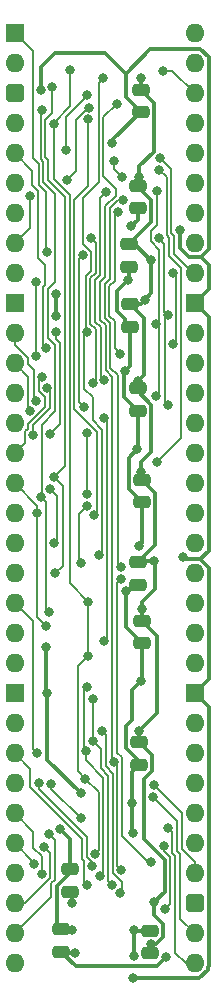
<source format=gbl>
%TF.GenerationSoftware,KiCad,Pcbnew,8.0.4*%
%TF.CreationDate,2024-08-19T17:17:05+02:00*%
%TF.ProjectId,HCP65 MPU Address Decode Wide,48435036-3520-44d5-9055-204164647265,V0*%
%TF.SameCoordinates,PX525bfc0PY43d3480*%
%TF.FileFunction,Copper,L2,Bot*%
%TF.FilePolarity,Positive*%
%FSLAX46Y46*%
G04 Gerber Fmt 4.6, Leading zero omitted, Abs format (unit mm)*
G04 Created by KiCad (PCBNEW 8.0.4) date 2024-08-19 17:17:05*
%MOMM*%
%LPD*%
G01*
G04 APERTURE LIST*
G04 Aperture macros list*
%AMRoundRect*
0 Rectangle with rounded corners*
0 $1 Rounding radius*
0 $2 $3 $4 $5 $6 $7 $8 $9 X,Y pos of 4 corners*
0 Add a 4 corners polygon primitive as box body*
4,1,4,$2,$3,$4,$5,$6,$7,$8,$9,$2,$3,0*
0 Add four circle primitives for the rounded corners*
1,1,$1+$1,$2,$3*
1,1,$1+$1,$4,$5*
1,1,$1+$1,$6,$7*
1,1,$1+$1,$8,$9*
0 Add four rect primitives between the rounded corners*
20,1,$1+$1,$2,$3,$4,$5,0*
20,1,$1+$1,$4,$5,$6,$7,0*
20,1,$1+$1,$6,$7,$8,$9,0*
20,1,$1+$1,$8,$9,$2,$3,0*%
G04 Aperture macros list end*
%TA.AperFunction,ComponentPad*%
%ADD10R,1.600000X1.600000*%
%TD*%
%TA.AperFunction,ComponentPad*%
%ADD11O,1.600000X1.600000*%
%TD*%
%TA.AperFunction,ComponentPad*%
%ADD12RoundRect,0.400000X-0.400000X-0.400000X0.400000X-0.400000X0.400000X0.400000X-0.400000X0.400000X0*%
%TD*%
%TA.AperFunction,SMDPad,CuDef*%
%ADD13RoundRect,0.250000X0.475000X-0.250000X0.475000X0.250000X-0.475000X0.250000X-0.475000X-0.250000X0*%
%TD*%
%TA.AperFunction,SMDPad,CuDef*%
%ADD14RoundRect,0.250000X-0.475000X0.250000X-0.475000X-0.250000X0.475000X-0.250000X0.475000X0.250000X0*%
%TD*%
%TA.AperFunction,ViaPad*%
%ADD15C,0.800000*%
%TD*%
%TA.AperFunction,Conductor*%
%ADD16C,0.370000*%
%TD*%
%TA.AperFunction,Conductor*%
%ADD17C,0.200000*%
%TD*%
G04 APERTURE END LIST*
D10*
%TO.P,J2,1,Pin_1*%
%TO.N,/~{Device}*%
X0Y0D03*
D11*
%TO.P,J2,2,Pin_2*%
%TO.N,/Native Latch*%
X0Y-2540000D03*
D12*
%TO.P,J2,3,Pin_3*%
%TO.N,/5V*%
X0Y-5080000D03*
D11*
%TO.P,J2,4,Pin_4*%
%TO.N,/~{RAM_{CS}}*%
X0Y-7620000D03*
%TO.P,J2,5,Pin_5*%
%TO.N,/~{ROM_{CS}}*%
X0Y-10160000D03*
%TO.P,J2,6,Pin_6*%
%TO.N,/~{Device Group 32K}*%
X0Y-12700000D03*
%TO.P,J2,7,Pin_7*%
%TO.N,/~{Device Group 128K}*%
X0Y-15240000D03*
%TO.P,J2,8,Pin_8*%
%TO.N,/~{OTHER}*%
X0Y-17780000D03*
%TO.P,J2,9,Pin_9*%
%TO.N,/Kernal Mode*%
X0Y-20320000D03*
D10*
%TO.P,J2,10,Pin_10*%
%TO.N,/GND*%
X0Y-22860000D03*
D11*
%TO.P,J2,11,Pin_11*%
%TO.N,/A23*%
X0Y-25400000D03*
%TO.P,J2,12,Pin_12*%
%TO.N,/A22*%
X0Y-27940000D03*
%TO.P,J2,13,Pin_13*%
%TO.N,/A21*%
X0Y-30480000D03*
%TO.P,J2,14,Pin_14*%
%TO.N,/A20*%
X0Y-33020000D03*
%TO.P,J2,15,Pin_15*%
%TO.N,/A19*%
X0Y-35560000D03*
%TO.P,J2,16,Pin_16*%
%TO.N,/A18*%
X0Y-38100000D03*
%TO.P,J2,17,Pin_17*%
%TO.N,/A17*%
X0Y-40640000D03*
%TO.P,J2,18,Pin_18*%
%TO.N,/A16*%
X0Y-43180000D03*
%TO.P,J2,19,Pin_19*%
%TO.N,/A15*%
X0Y-45720000D03*
%TO.P,J2,20,Pin_20*%
%TO.N,/A3*%
X0Y-48260000D03*
%TO.P,J2,21,Pin_21*%
%TO.N,/A2*%
X0Y-50800000D03*
%TO.P,J2,22,Pin_22*%
%TO.N,/A1*%
X0Y-53340000D03*
D10*
%TO.P,J2,23,Pin_23*%
%TO.N,/GND*%
X0Y-55880000D03*
D11*
%TO.P,J2,24,Pin_24*%
%TO.N,/A0*%
X0Y-58420000D03*
%TO.P,J2,25,Pin_25*%
%TO.N,/~{Special _{CS}8}*%
X0Y-60960000D03*
%TO.P,J2,26,Pin_26*%
%TO.N,/~{Special _{CS}9}*%
X0Y-63500000D03*
%TO.P,J2,27,Pin_27*%
%TO.N,/~{Special _{CS}10}*%
X0Y-66040000D03*
%TO.P,J2,28,Pin_28*%
%TO.N,/~{Special _{CS}11}*%
X0Y-68580000D03*
%TO.P,J2,29,Pin_29*%
%TO.N,/~{Special _{CS}12}*%
X0Y-71120000D03*
%TO.P,J2,30,Pin_30*%
%TO.N,/~{Special _{CS}13}*%
X0Y-73660000D03*
%TO.P,J2,31,Pin_31*%
%TO.N,/~{Special _{CS}14}*%
X0Y-76200000D03*
%TO.P,J2,32,Pin_32*%
%TO.N,/~{Special _{CS}15}*%
X0Y-78740000D03*
%TO.P,J2,33,Pin_33*%
%TO.N,/~{Special _{CS}7}*%
X15240000Y-78740000D03*
%TO.P,J2,34,Pin_34*%
%TO.N,/~{Special _{CS}6}*%
X15240000Y-76200000D03*
D12*
%TO.P,J2,35,Pin_35*%
%TO.N,/5V*%
X15240000Y-73660000D03*
D11*
%TO.P,J2,36,Pin_36*%
%TO.N,/~{Special _{CS}5}*%
X15240000Y-71120000D03*
%TO.P,J2,37,Pin_37*%
%TO.N,/~{Special _{CS}4}*%
X15240000Y-68580000D03*
%TO.P,J2,38,Pin_38*%
%TO.N,/~{Special _{CS}3}*%
X15240000Y-66040000D03*
%TO.P,J2,39,Pin_39*%
%TO.N,/~{Special _{CS}2}*%
X15240000Y-63500000D03*
%TO.P,J2,40,Pin_40*%
%TO.N,/~{Special _{CS}1}*%
X15240000Y-60960000D03*
%TO.P,J2,41,Pin_41*%
%TO.N,/~{Special _{CS}0}*%
X15240000Y-58420000D03*
D10*
%TO.P,J2,42,Pin_42*%
%TO.N,/GND*%
X15240000Y-55880000D03*
D11*
%TO.P,J2,43,Pin_43*%
%TO.N,/~{Device _{CS}19}*%
X15240000Y-53340000D03*
%TO.P,J2,44,Pin_44*%
%TO.N,/~{Device _{CS}18}*%
X15240000Y-50800000D03*
%TO.P,J2,45,Pin_45*%
%TO.N,/~{Device _{CS}17}*%
X15240000Y-48260000D03*
%TO.P,J2,46,Pin_46*%
%TO.N,/~{Device _{CS}16}*%
X15240000Y-45720000D03*
%TO.P,J2,47,Pin_47*%
%TO.N,/~{Device _{CS}15}*%
X15240000Y-43180000D03*
%TO.P,J2,48,Pin_48*%
%TO.N,/~{Device _{CS}14}*%
X15240000Y-40640000D03*
%TO.P,J2,49,Pin_49*%
%TO.N,/~{Device _{CS}13}*%
X15240000Y-38100000D03*
%TO.P,J2,50,Pin_50*%
%TO.N,/~{Device _{CS}12}*%
X15240000Y-35560000D03*
%TO.P,J2,51,Pin_51*%
%TO.N,/~{Device _{CS}11}*%
X15240000Y-33020000D03*
%TO.P,J2,52,Pin_52*%
%TO.N,/~{Device _{CS}10}*%
X15240000Y-30480000D03*
%TO.P,J2,53,Pin_53*%
%TO.N,/~{Device _{CS}9}*%
X15240000Y-27940000D03*
%TO.P,J2,54,Pin_54*%
%TO.N,/~{Device _{CS}8}*%
X15240000Y-25400000D03*
D10*
%TO.P,J2,55,Pin_55*%
%TO.N,/GND*%
X15240000Y-22860000D03*
D11*
%TO.P,J2,56,Pin_56*%
%TO.N,/~{Device _{CS}7}*%
X15240000Y-20320000D03*
%TO.P,J2,57,Pin_57*%
%TO.N,/~{Device _{CS}6}*%
X15240000Y-17780000D03*
%TO.P,J2,58,Pin_58*%
%TO.N,/~{Device _{CS}5}*%
X15240000Y-15240000D03*
%TO.P,J2,59,Pin_59*%
%TO.N,/~{Device _{CS}4}*%
X15240000Y-12700000D03*
%TO.P,J2,60,Pin_60*%
%TO.N,/~{Device _{CS}3}*%
X15240000Y-10160000D03*
%TO.P,J2,61,Pin_61*%
%TO.N,/~{Device _{CS}2}*%
X15240000Y-7620000D03*
%TO.P,J2,62,Pin_62*%
%TO.N,/~{Reset}*%
X15240000Y-5080000D03*
%TO.P,J2,63,Pin_63*%
%TO.N,/~{Device _{CS}1}*%
X15240000Y-2540000D03*
%TO.P,J2,64,Pin_64*%
%TO.N,/~{SPECIAL}*%
X15240000Y0D03*
%TD*%
D13*
%TO.P,C45,1*%
%TO.N,/5V*%
X3937000Y-77769000D03*
%TO.P,C45,2*%
%TO.N,/GND*%
X3937000Y-75869000D03*
%TD*%
D14*
%TO.P,C34,1*%
%TO.N,/3.3V*%
X9652000Y-17862000D03*
%TO.P,C34,2*%
%TO.N,/GND*%
X9652000Y-19762000D03*
%TD*%
%TO.P,C33,1*%
%TO.N,/3.3V*%
X10795000Y-49739000D03*
%TO.P,C33,2*%
%TO.N,/GND*%
X10795000Y-51639000D03*
%TD*%
D13*
%TO.P,C46,1*%
%TO.N,/3.3V*%
X11430000Y-77896000D03*
%TO.P,C46,2*%
%TO.N,/GND*%
X11430000Y-75996000D03*
%TD*%
%TO.P,C40,1*%
%TO.N,/3.3V*%
X4699000Y-72689000D03*
%TO.P,C40,2*%
%TO.N,/GND*%
X4699000Y-70789000D03*
%TD*%
D14*
%TO.P,C37,1*%
%TO.N,/3.3V*%
X9779000Y-22942000D03*
%TO.P,C37,2*%
%TO.N,/GND*%
X9779000Y-24842000D03*
%TD*%
%TO.P,C36,1*%
%TO.N,/3.3V*%
X10668000Y-4781000D03*
%TO.P,C36,2*%
%TO.N,/GND*%
X10668000Y-6681000D03*
%TD*%
%TO.P,C35,1*%
%TO.N,/3.3V*%
X10414000Y-30054000D03*
%TO.P,C35,2*%
%TO.N,/GND*%
X10414000Y-31954000D03*
%TD*%
%TO.P,C38,1*%
%TO.N,/3.3V*%
X10414000Y-44786000D03*
%TO.P,C38,2*%
%TO.N,/GND*%
X10414000Y-46686000D03*
%TD*%
%TO.P,C39,1*%
%TO.N,/3.3V*%
X10541000Y-60026000D03*
%TO.P,C39,2*%
%TO.N,/GND*%
X10541000Y-61926000D03*
%TD*%
%TO.P,C31,1*%
%TO.N,/3.3V*%
X10414000Y-12909000D03*
%TO.P,C31,2*%
%TO.N,/GND*%
X10414000Y-14809000D03*
%TD*%
%TO.P,C32,1*%
%TO.N,/3.3V*%
X10795000Y-37801000D03*
%TO.P,C32,2*%
%TO.N,/GND*%
X10795000Y-39701000D03*
%TD*%
D15*
%TO.N,/GND*%
X5579594Y-64353129D03*
%TO.N,Net-(IC37B-2A)*%
X8765794Y-15115792D03*
X8936000Y-27113000D03*
%TO.N,/3.3V*%
X10541000Y-12130000D03*
X11557000Y-77095500D03*
X10668000Y-3748000D03*
X10414000Y-29464000D03*
X11049000Y-22561000D03*
X10541002Y-59085544D03*
X11810996Y-44704000D03*
X11519656Y-19236180D03*
X10795000Y-48768000D03*
X4826000Y-73660000D03*
X10668000Y-37149000D03*
X11811000Y-73584502D03*
%TO.N,/GND*%
X10033000Y-67691004D03*
X13969996Y-16637000D03*
X2730499Y-55816495D03*
X2667000Y-51943000D03*
X3513000Y-23898000D03*
X4825990Y-75946000D03*
X10105500Y-78105000D03*
X10540992Y-43434000D03*
X10105500Y-75945994D03*
X9336112Y-28577393D03*
X9588498Y-20891504D03*
X3513000Y-22098000D03*
X9894500Y-16288737D03*
X14224000Y-44323000D03*
X9906000Y-65151000D03*
X10394842Y-35231000D03*
X9398000Y-47244000D03*
X3846493Y-67352079D03*
X10033000Y-80010000D03*
X8274489Y-9301511D03*
X2224000Y-4804813D03*
X10668000Y-54864000D03*
%TO.N,/5V*%
X5080000Y-77851000D03*
X12826991Y-78232018D03*
%TO.N,/Native Latch*%
X7493000Y-3810000D03*
X6161000Y-25306303D03*
X7136000Y-44196000D03*
%TO.N,/Reset*%
X5588000Y-44831000D03*
X6094035Y-40036263D03*
%TO.N,/A3*%
X1905000Y-60960000D03*
%TO.N,/~{A3}*%
X9017000Y-46233621D03*
X11566528Y-70159999D03*
%TO.N,/~{Reset}*%
X3301999Y-7706000D03*
X12573000Y-3175000D03*
X6223000Y-48132990D03*
X6223000Y-52705000D03*
X4699000Y-3109992D03*
X5968840Y-63119161D03*
X6812000Y-69469000D03*
%TO.N,/~{Native Latch}*%
X9160245Y-14134465D03*
X9017000Y-45212000D03*
%TO.N,/A19*%
X2354592Y-29108566D03*
%TO.N,/A20*%
X2751367Y-30046032D03*
X1589000Y-34034117D03*
%TO.N,/A21*%
X6604000Y-29591000D03*
X6462939Y-17337000D03*
%TO.N,/A23*%
X1847989Y-31126219D03*
X5842000Y-31623000D03*
X5761000Y-18796000D03*
%TO.N,/A22*%
X1269101Y-31941629D03*
X1843000Y-21052500D03*
X1789366Y-27362808D03*
%TO.N,/Kernal Mode\u00B7Native Latch*%
X3513000Y-25273000D03*
X2989022Y-33909000D03*
%TO.N,/~{Device Group 128K}*%
X7577337Y-51435000D03*
X7536000Y-32581182D03*
X12954000Y-23876000D03*
X12947458Y-31511846D03*
X12214061Y-17337069D03*
%TO.N,/~{Device Group 32K}*%
X12014525Y-13385475D03*
X6096203Y-33857104D03*
X6286500Y-6286500D03*
X4435830Y-12385500D03*
X11999949Y-30734000D03*
X11999949Y-24637916D03*
X6096006Y-38989000D03*
%TO.N,/~{RAM}*%
X7577337Y-29361607D03*
X7747000Y-13462000D03*
%TO.N,/A15*%
X3186557Y-4533724D03*
X3428996Y-45720000D03*
X3302000Y-37592000D03*
%TO.N,/A16*%
X6096000Y-5207006D03*
X3364000Y-43179994D03*
X12065000Y-36322000D03*
X2989000Y-38600609D03*
X12252576Y-11574892D03*
X4318000Y-9906000D03*
%TO.N,/A17*%
X2208004Y-39263173D03*
X2348000Y-6477000D03*
X2921000Y-49022000D03*
%TO.N,/A18*%
X1905000Y-40640000D03*
X6219981Y-7284287D03*
X6736000Y-40803000D03*
X2667000Y-50165000D03*
%TO.N,/~{Device _{CS}7}*%
X12331870Y-10578039D03*
%TO.N,/~{SPECIAL}*%
X8409000Y-61721996D03*
X9026904Y-70825430D03*
X8636000Y-5969000D03*
%TO.N,/~{A21+A22+A23}*%
X13398264Y-20297000D03*
X13399949Y-26342111D03*
%TO.N,/~{OTHER}*%
X1304830Y-13755299D03*
%TO.N,/~{RAM_{CS}}*%
X9089504Y-12192000D03*
X8389336Y-10801511D03*
%TO.N,/A0*%
X7366000Y-59055000D03*
X8948111Y-72827498D03*
%TO.N,/A1*%
X6604000Y-56388000D03*
X8267956Y-72094426D03*
X6603998Y-59892685D03*
%TO.N,/A2*%
X6096000Y-55372000D03*
X6044133Y-60799391D03*
X7217109Y-71333999D03*
%TO.N,/~{Special _{CS}7}*%
X5588000Y-66421000D03*
X3122822Y-63543941D03*
X13015475Y-67310000D03*
%TO.N,/~{Special _{CS}6}*%
X11707000Y-64643000D03*
%TO.N,/~{Special _{CS}5}*%
X11811268Y-63648448D03*
%TO.N,/~{Special _{CS}15}*%
X12723000Y-74168000D03*
X12619287Y-68787713D03*
%TO.N,/~{Special _{CS}14}*%
X2921000Y-67818000D03*
%TO.N,/~{Special _{CS}13}*%
X2507298Y-68856274D03*
%TO.N,/~{Special _{CS}11}*%
X1629000Y-70294774D03*
%TO.N,/~{Special _{CS}10}*%
X2329000Y-71157218D03*
%TO.N,/~{Special _{CS}9}*%
X2073515Y-63505743D03*
X6550014Y-70485000D03*
%TO.N,/~{Special _{CS}8}*%
X6096358Y-72137374D03*
%TO.N,/~{ROM_{CS}}*%
X2646087Y-26604894D03*
%TO.N,/~{Device}*%
X2704830Y-18542008D03*
%TD*%
D16*
%TO.N,/GND*%
X15645844Y-80010000D02*
X10033000Y-80010000D01*
X16345671Y-79310173D02*
X15645844Y-80010000D01*
X15240000Y-55880000D02*
X16425000Y-57065000D01*
X16425000Y-57065000D02*
X16425000Y-78868123D01*
X16425000Y-78868123D02*
X16396234Y-79105036D01*
X16396234Y-79105036D02*
X16345671Y-79310173D01*
D17*
%TO.N,/~{RAM_{CS}}*%
X8389336Y-11491832D02*
X8389336Y-10801511D01*
X9089504Y-12192000D02*
X8389336Y-11491832D01*
%TO.N,/~{SPECIAL}*%
X7524489Y-7080511D02*
X8636000Y-5969000D01*
X8574000Y-13172050D02*
X7524489Y-12122539D01*
X7524489Y-12122539D02*
X7524489Y-7080511D01*
X7661000Y-14664950D02*
X8574000Y-13751950D01*
X7661000Y-20620734D02*
X7661000Y-14664950D01*
X8277337Y-29071657D02*
X7709000Y-28503319D01*
D16*
%TO.N,/GND*%
X10668000Y-6681000D02*
X8274489Y-9074511D01*
D17*
%TO.N,/~{SPECIAL}*%
X7709000Y-24732982D02*
X7223999Y-24247981D01*
X7223999Y-21057735D02*
X7661000Y-20620734D01*
X7223999Y-24247981D02*
X7223999Y-21057735D01*
X7709000Y-28503319D02*
X7709000Y-24732982D01*
D16*
%TO.N,/GND*%
X8274489Y-9074511D02*
X8274489Y-9301511D01*
D17*
%TO.N,/~{SPECIAL}*%
X8409000Y-61721996D02*
X8277337Y-61590333D01*
X8277337Y-61590333D02*
X8277337Y-29071657D01*
X8574000Y-13751950D02*
X8574000Y-13172050D01*
D16*
%TO.N,/3.3V*%
X10668000Y-36322000D02*
X10668000Y-37149000D01*
X11557000Y-35433000D02*
X10668000Y-36322000D01*
X11557000Y-31434319D02*
X11557000Y-35433000D01*
X10414000Y-30291319D02*
X11557000Y-31434319D01*
%TO.N,/GND*%
X10394842Y-35231000D02*
X9685000Y-35940842D01*
X10414000Y-35211842D02*
X10414000Y-31954000D01*
X10394842Y-35231000D02*
X10414000Y-35211842D01*
X9685000Y-38591000D02*
X10795000Y-39701000D01*
X9685000Y-35940842D02*
X9685000Y-38591000D01*
D17*
%TO.N,/A16*%
X14099949Y-19871431D02*
X14099949Y-34287051D01*
X13082207Y-17304845D02*
X13082207Y-18853688D01*
X13082207Y-18853688D02*
X14099949Y-19871431D01*
X12869998Y-17092635D02*
X13082207Y-17304845D01*
X12869998Y-16971220D02*
X12869998Y-17092635D01*
X12867207Y-12189523D02*
X12867207Y-16968428D01*
X12252576Y-11574892D02*
X12867207Y-12189523D01*
X12867207Y-16968428D02*
X12869998Y-16971220D01*
X14099949Y-34287051D02*
X12065000Y-36322000D01*
%TO.N,/A1*%
X6603998Y-59892685D02*
X6603998Y-56388002D01*
X6603998Y-56388002D02*
X6604000Y-56388000D01*
%TO.N,/A2*%
X5903998Y-55564002D02*
X6096000Y-55372000D01*
X6044133Y-60799391D02*
X5903998Y-60659256D01*
X5903998Y-60659256D02*
X5903998Y-55564002D01*
D16*
%TO.N,/GND*%
X2667000Y-55752996D02*
X2730499Y-55816495D01*
X2667000Y-51943000D02*
X2667000Y-55752996D01*
X5579594Y-64353129D02*
X2730499Y-61504034D01*
X2730499Y-61504034D02*
X2730499Y-55816495D01*
D17*
%TO.N,/~{Special _{CS}9}*%
X6112000Y-68061950D02*
X2073515Y-64023465D01*
X6112000Y-69758950D02*
X6112000Y-68061950D01*
X6550014Y-70485000D02*
X6550014Y-70196964D01*
X6550014Y-70196964D02*
X6112000Y-69758950D01*
X2073515Y-64023465D02*
X2073515Y-63505743D01*
%TO.N,/~{Special _{CS}7}*%
X3122822Y-63955822D02*
X3122822Y-63543941D01*
X5588000Y-66421000D02*
X3122822Y-63955822D01*
D16*
%TO.N,/3.3V*%
X11651000Y-61136000D02*
X10541000Y-60026000D01*
X11651000Y-62445954D02*
X11651000Y-61136000D01*
X10922000Y-63174954D02*
X11651000Y-62445954D01*
X10922000Y-68200584D02*
X10922000Y-63174954D01*
X12704000Y-69982584D02*
X10922000Y-68200584D01*
X11811000Y-73584502D02*
X12704000Y-72691502D01*
X12704000Y-72691502D02*
X12704000Y-69982584D01*
%TO.N,/GND*%
X9906000Y-65151000D02*
X9906000Y-67564004D01*
D17*
%TO.N,/~{A3}*%
X8698000Y-46552621D02*
X9017000Y-46233621D01*
X8698000Y-60895000D02*
X8698000Y-46552621D01*
D16*
%TO.N,/GND*%
X9906000Y-67564004D02*
X10033000Y-67691004D01*
D17*
%TO.N,/~{A3}*%
X11314338Y-70159999D02*
X9112000Y-67957661D01*
X11566528Y-70159999D02*
X11314338Y-70159999D01*
X9112000Y-61309000D02*
X8698000Y-60895000D01*
X9112000Y-67957661D02*
X9112000Y-61309000D01*
%TO.N,Net-(IC37B-2A)*%
X8509000Y-24384000D02*
X8023999Y-23898999D01*
X8023999Y-23898999D02*
X8023999Y-21389107D01*
X8936000Y-27113000D02*
X8509000Y-26686000D01*
X8461000Y-15420586D02*
X8765794Y-15115792D01*
X8461000Y-20952106D02*
X8461000Y-15420586D01*
X8509000Y-26686000D02*
X8509000Y-24384000D01*
X8023999Y-21389107D02*
X8461000Y-20952106D01*
D16*
%TO.N,/3.3V*%
X10414000Y-44786000D02*
X11905000Y-43295000D01*
X10586000Y-44704000D02*
X11810996Y-44704000D01*
X11557000Y-77095500D02*
X11953526Y-77095500D01*
X10063476Y-17780000D02*
X11519656Y-19236180D01*
X11579999Y-22030001D02*
X11049000Y-22561000D01*
X10541000Y-59085546D02*
X10541002Y-59085544D01*
X11905000Y-47072026D02*
X11905000Y-44798004D01*
X9652000Y-17862000D02*
X11557000Y-15957000D01*
X10795000Y-48768000D02*
X10795000Y-48182026D01*
X11905000Y-44798004D02*
X11810996Y-44704000D01*
X11557000Y-15957000D02*
X11557000Y-14138000D01*
X11519656Y-19236180D02*
X11579999Y-19296523D01*
X12540000Y-76509026D02*
X12540000Y-75405000D01*
X10287000Y-12782000D02*
X10287000Y-12384000D01*
X12540000Y-75405000D02*
X11811000Y-74676000D01*
X11905000Y-38911000D02*
X10795000Y-37801000D01*
X11778000Y-10021751D02*
X10541000Y-11258751D01*
X4826000Y-72816000D02*
X4826000Y-73660000D01*
X10541000Y-60026000D02*
X10541000Y-59085546D01*
X11811000Y-74676000D02*
X11811000Y-73584502D01*
X10541000Y-11258751D02*
X10541000Y-12130000D01*
X10795000Y-49739000D02*
X12065000Y-51009000D01*
X11557000Y-14138000D02*
X10414000Y-12995000D01*
X10795000Y-37276000D02*
X10668000Y-37149000D01*
X9779000Y-22942000D02*
X10668000Y-22942000D01*
X12065000Y-57561546D02*
X10541002Y-59085544D01*
X11778000Y-5891000D02*
X11778000Y-10021751D01*
X10668000Y-22942000D02*
X11049000Y-22561000D01*
X10668000Y-4781000D02*
X10668000Y-3748000D01*
X10795000Y-48768000D02*
X10795000Y-49739000D01*
X10668000Y-4781000D02*
X11778000Y-5891000D01*
X10287000Y-12384000D02*
X10541000Y-12130000D01*
X10795000Y-48182026D02*
X11905000Y-47072026D01*
X10795000Y-37801000D02*
X10795000Y-37276000D01*
X11557000Y-77095500D02*
X11557000Y-77769000D01*
X11953526Y-77095500D02*
X12540000Y-76509026D01*
X11905000Y-43295000D02*
X11905000Y-38911000D01*
X12065000Y-51009000D02*
X12065000Y-57561546D01*
X11579999Y-19296523D02*
X11579999Y-22030001D01*
%TO.N,/GND*%
X10541000Y-61926000D02*
X9906000Y-62561000D01*
X14436000Y-44535000D02*
X15730844Y-44535000D01*
X10105500Y-78105000D02*
X10105500Y-75945994D01*
X10795000Y-51639000D02*
X9398000Y-50242000D01*
X9398000Y-50242000D02*
X9398000Y-47244000D01*
X16425000Y-24045000D02*
X16425000Y-43840844D01*
X15730844Y-44535000D02*
X16433000Y-45237156D01*
X10155506Y-75996000D02*
X10105500Y-75945994D01*
X9652000Y-20828002D02*
X9588498Y-20891504D01*
X3937000Y-75869000D02*
X4748990Y-75869000D01*
X10414000Y-15769237D02*
X9894500Y-16288737D01*
X9652000Y-19762000D02*
X9652000Y-20828002D01*
X9779000Y-28134505D02*
X9336112Y-28577393D01*
X16425000Y-2049156D02*
X16425000Y-18288000D01*
X10541000Y-61649026D02*
X9431000Y-60539026D01*
X9906000Y-58166000D02*
X9906000Y-55626000D01*
X10414000Y-31954000D02*
X9271000Y-30811000D01*
X8636000Y-23495000D02*
X8636000Y-21844002D01*
X9271000Y-30811000D02*
X9271000Y-28642505D01*
X10795000Y-51639000D02*
X10795000Y-54737000D01*
X15748000Y-18965000D02*
X16425000Y-19642000D01*
X11472000Y-1355000D02*
X15730844Y-1355000D01*
X9652000Y-47244000D02*
X9398000Y-47244000D01*
X7620000Y-1651000D02*
X3429000Y-1651000D01*
X3429000Y-1651000D02*
X2224000Y-2856000D01*
X9779000Y-24842000D02*
X9779000Y-28134505D01*
X16433000Y-54687000D02*
X15240000Y-55880000D01*
X10795000Y-39701000D02*
X10795000Y-43179992D01*
X11430000Y-75996000D02*
X10155506Y-75996000D01*
X9431000Y-60539026D02*
X9431000Y-58641000D01*
X15748000Y-18965000D02*
X14749156Y-18965000D01*
X9398000Y-5411000D02*
X10668000Y-6681000D01*
X10414000Y-14809000D02*
X10414000Y-15769237D01*
X13969996Y-18185840D02*
X13969996Y-16637000D01*
X4699000Y-68204586D02*
X3846493Y-67352079D01*
X3589000Y-75521000D02*
X3937000Y-75869000D01*
X10795000Y-43179992D02*
X10540992Y-43434000D01*
X9906000Y-62561000D02*
X9906000Y-65151000D01*
X3589000Y-72175974D02*
X3589000Y-75521000D01*
X9398000Y-3429000D02*
X9398000Y-5411000D01*
X15748000Y-18965000D02*
X16425000Y-18288000D01*
X15730844Y-1355000D02*
X16425000Y-2049156D01*
X3513000Y-23898000D02*
X3513000Y-22098000D01*
X16425000Y-19642000D02*
X16425000Y-21675000D01*
X9271000Y-28642505D02*
X9336112Y-28577393D01*
X4699000Y-71065974D02*
X3589000Y-72175974D01*
X4748990Y-75869000D02*
X4825990Y-75946000D01*
X9398000Y-3429000D02*
X11472000Y-1355000D01*
X2224000Y-2856000D02*
X2224000Y-4804813D01*
X15240000Y-22860000D02*
X16425000Y-24045000D01*
X16425000Y-43840844D02*
X15730844Y-44535000D01*
X9431000Y-58641000D02*
X9906000Y-58166000D01*
X4699000Y-70789000D02*
X4699000Y-68204586D01*
X9398000Y-3429000D02*
X7620000Y-1651000D01*
X16433000Y-45237156D02*
X16433000Y-54687000D01*
X8636000Y-21844002D02*
X9588498Y-20891504D01*
X16425000Y-21675000D02*
X15240000Y-22860000D01*
X9906000Y-55626000D02*
X10668000Y-54864000D01*
X10210000Y-46686000D02*
X9652000Y-47244000D01*
X9348000Y-24715000D02*
X9348000Y-24207000D01*
X9348000Y-24207000D02*
X8636000Y-23495000D01*
X14749156Y-18965000D02*
X13969996Y-18185840D01*
X10795000Y-54737000D02*
X10668000Y-54864000D01*
X14224000Y-44323000D02*
X14436000Y-44535000D01*
%TO.N,/5V*%
X5080000Y-77851000D02*
X4019000Y-77851000D01*
X3937000Y-77769000D02*
X5162000Y-78994000D01*
X5162000Y-78994000D02*
X12065009Y-78994000D01*
X12065009Y-78994000D02*
X12826991Y-78232018D01*
D17*
%TO.N,/Native Latch*%
X6461000Y-18506050D02*
X6461000Y-20123679D01*
X5762939Y-17807989D02*
X6461000Y-18506050D01*
X5904000Y-30087645D02*
X5904000Y-25563303D01*
X6604000Y-32766000D02*
X6604000Y-30787645D01*
X7112057Y-4190943D02*
X7112057Y-12630629D01*
X7493000Y-3810000D02*
X7112057Y-4190943D01*
X7436000Y-33598000D02*
X6604000Y-32766000D01*
X6604000Y-30787645D02*
X5904000Y-30087645D01*
X6023999Y-25169302D02*
X6161000Y-25306303D01*
X7136000Y-44196000D02*
X7436000Y-43896000D01*
X5904000Y-25563303D02*
X6161000Y-25306303D01*
X5762939Y-13979747D02*
X5762939Y-17807989D01*
X6023999Y-20560680D02*
X6023999Y-25169302D01*
X7436000Y-43896000D02*
X7436000Y-33598000D01*
X6461000Y-20123679D02*
X6023999Y-20560680D01*
X7112057Y-12630629D02*
X5762939Y-13979747D01*
%TO.N,/Reset*%
X5461000Y-44704000D02*
X5588000Y-44831000D01*
X5461000Y-40669298D02*
X5461000Y-44704000D01*
X6094035Y-40036263D02*
X5461000Y-40669298D01*
%TO.N,/A3*%
X1524000Y-60579000D02*
X1905000Y-60960000D01*
X1524000Y-49784000D02*
X1524000Y-60579000D01*
X0Y-48260000D02*
X1524000Y-49784000D01*
%TO.N,/~{Reset}*%
X4699000Y-6165314D02*
X3301999Y-7562315D01*
X15240000Y-5080000D02*
X13335000Y-3175000D01*
X13335000Y-3175000D02*
X12573000Y-3175000D01*
X7112000Y-64262321D02*
X7112000Y-69169000D01*
X7112000Y-69169000D02*
X6812000Y-69469000D01*
X4661000Y-46570990D02*
X4661000Y-13689628D01*
X6223000Y-48132990D02*
X4661000Y-46570990D01*
X5335735Y-62486056D02*
X5968840Y-63119161D01*
X3301999Y-12330627D02*
X3301999Y-7706000D01*
X5335735Y-53592265D02*
X5335735Y-62486056D01*
X4661000Y-13689628D02*
X3301999Y-12330627D01*
X6223000Y-52705000D02*
X5335735Y-53592265D01*
X5968840Y-63119161D02*
X7112000Y-64262321D01*
X3301999Y-7562315D02*
X3301999Y-7706000D01*
X6223000Y-52705000D02*
X6223000Y-48132990D01*
X4699000Y-3109992D02*
X4699000Y-6165314D01*
%TO.N,/~{Native Latch}*%
X7623999Y-24082295D02*
X8109000Y-24567297D01*
X9160245Y-14134465D02*
X8757171Y-14134465D01*
X7623999Y-21223421D02*
X7623999Y-24082295D01*
X8717000Y-28945634D02*
X8717000Y-44912000D01*
X8109000Y-28337634D02*
X8717000Y-28945634D01*
X8061000Y-14830636D02*
X8061000Y-20786420D01*
X8757171Y-14134465D02*
X8061000Y-14830636D01*
X8109000Y-24567297D02*
X8109000Y-28337634D01*
X8717000Y-44912000D02*
X9017000Y-45212000D01*
X8061000Y-20786420D02*
X7623999Y-21223421D01*
%TO.N,/A19*%
X2547989Y-31652691D02*
X2547989Y-30836269D01*
X2029000Y-30317280D02*
X2029000Y-29434158D01*
X1100000Y-33471786D02*
X1100000Y-33100680D01*
X2547989Y-30836269D02*
X2029000Y-30317280D01*
X889000Y-34671000D02*
X889000Y-33682786D01*
X1100000Y-33100680D02*
X2547989Y-31652691D01*
X889000Y-33682786D02*
X1100000Y-33471786D01*
X0Y-35560000D02*
X889000Y-34671000D01*
X2029000Y-29434158D02*
X2354592Y-29108566D01*
%TO.N,/A20*%
X1589000Y-33177365D02*
X1589000Y-34034117D01*
X2751367Y-30046032D02*
X3029000Y-30323665D01*
X3029000Y-30323665D02*
X3029000Y-31737365D01*
X3029000Y-31737365D02*
X1589000Y-33177365D01*
%TO.N,/A21*%
X6423999Y-20726365D02*
X6861000Y-20289364D01*
X6861000Y-17735061D02*
X6462939Y-17337000D01*
X6860998Y-25016352D02*
X6423999Y-24579353D01*
X6861000Y-20289364D02*
X6861000Y-17735061D01*
X6860998Y-29334002D02*
X6860998Y-25016352D01*
X6604000Y-29591000D02*
X6860998Y-29334002D01*
X6423999Y-24579353D02*
X6423999Y-20726365D01*
%TO.N,/A23*%
X1100000Y-27484365D02*
X1100000Y-27997950D01*
X1100000Y-27997950D02*
X1629000Y-28526950D01*
X5842000Y-31623000D02*
X5461000Y-31242000D01*
X0Y-25908000D02*
X0Y-26384365D01*
X5461000Y-31242000D02*
X5461000Y-19096000D01*
X0Y-26384365D02*
X1100000Y-27484365D01*
X5461000Y-19096000D02*
X5761000Y-18796000D01*
X1629000Y-30907230D02*
X1847989Y-31126219D01*
X1629000Y-28526950D02*
X1629000Y-30907230D01*
%TO.N,/A22*%
X1137142Y-29077142D02*
X1137142Y-31809670D01*
X1789366Y-27362808D02*
X1789366Y-21106134D01*
X1789366Y-21106134D02*
X1843000Y-21052500D01*
X1137142Y-31809670D02*
X1269101Y-31941629D01*
X0Y-27940000D02*
X1137142Y-29077142D01*
%TO.N,/Kernal Mode\u00B7Native Latch*%
X2989022Y-33909000D02*
X3851367Y-33046655D01*
X3513000Y-25916171D02*
X3513000Y-25273000D01*
X3851367Y-33046655D02*
X3851367Y-26254538D01*
X3851367Y-26254538D02*
X3513000Y-25916171D01*
%TO.N,/~{Device Group 128K}*%
X7536000Y-32581182D02*
X7836000Y-32881182D01*
X12947458Y-31511846D02*
X12699947Y-31264335D01*
X12699947Y-31264335D02*
X12699947Y-24130053D01*
X12954000Y-23876000D02*
X12682207Y-23604207D01*
X12682207Y-23604207D02*
X12682207Y-17805215D01*
X7836000Y-32881182D02*
X7836000Y-51176337D01*
X12699947Y-24130053D02*
X12954000Y-23876000D01*
X12682207Y-17805215D02*
X12214061Y-17337069D01*
X7836000Y-51176337D02*
X7577337Y-51435000D01*
%TO.N,/~{Device Group 32K}*%
X12042000Y-16202894D02*
X12042000Y-13412950D01*
X12219656Y-24418209D02*
X12219656Y-18332614D01*
X12219656Y-18332614D02*
X11514061Y-17627019D01*
X5169000Y-7303050D02*
X5169000Y-11652330D01*
X6286500Y-6286500D02*
X6185550Y-6286500D01*
X6096203Y-38988803D02*
X6096006Y-38989000D01*
X6185550Y-6286500D02*
X5169000Y-7303050D01*
X12247452Y-30486497D02*
X12247452Y-24885419D01*
X12247452Y-24885419D02*
X11999949Y-24637916D01*
X11514061Y-17627019D02*
X11514061Y-16730833D01*
X5169000Y-11652330D02*
X4435830Y-12385500D01*
X11514061Y-16730833D02*
X12042000Y-16202894D01*
X12042000Y-13412950D02*
X12014525Y-13385475D01*
X11999949Y-24637916D02*
X12219656Y-24418209D01*
X11999949Y-30734000D02*
X12247452Y-30486497D01*
X6096203Y-33857104D02*
X6096203Y-38988803D01*
%TO.N,/~{RAM}*%
X7577337Y-29361607D02*
X7309000Y-29093270D01*
X6823999Y-20892050D02*
X7261000Y-20455050D01*
X7261000Y-20455050D02*
X7261000Y-13948000D01*
X6823999Y-24413667D02*
X6823999Y-20892050D01*
X7309000Y-24898668D02*
X6823999Y-24413667D01*
X7261000Y-13948000D02*
X7747000Y-13462000D01*
X7309000Y-29093270D02*
X7309000Y-24898668D01*
%TO.N,/A15*%
X2601999Y-7330051D02*
X2601999Y-10487629D01*
X3186557Y-6745493D02*
X2601999Y-7330051D01*
X3428996Y-45720000D02*
X4064000Y-45084996D01*
X2832000Y-10717630D02*
X2832000Y-12426314D01*
X4064000Y-45084996D02*
X4064000Y-38354000D01*
X4064000Y-38354000D02*
X3302000Y-37592000D01*
X4261000Y-13855314D02*
X4261000Y-36633000D01*
X2601999Y-10487629D02*
X2832000Y-10717630D01*
X3186557Y-4533724D02*
X3186557Y-6745493D01*
X4261000Y-36633000D02*
X3302000Y-37592000D01*
X2832000Y-12426314D02*
X4261000Y-13855314D01*
%TO.N,/A16*%
X4318000Y-7112000D02*
X4318000Y-9906000D01*
X6096000Y-5334000D02*
X4318000Y-7112000D01*
X6096000Y-5207006D02*
X6096000Y-5334000D01*
X3364000Y-43179994D02*
X3556000Y-42987994D01*
X3556000Y-42987994D02*
X3556000Y-39167609D01*
X3556000Y-39167609D02*
X2989000Y-38600609D01*
%TO.N,/A17*%
X2201999Y-6623001D02*
X2201999Y-10653313D01*
X2813000Y-25781857D02*
X3451367Y-26420224D01*
X2813000Y-21638136D02*
X2813000Y-25781857D01*
X3451367Y-32007681D02*
X2289000Y-33170048D01*
X2201999Y-10653313D02*
X2432000Y-10883315D01*
X3404830Y-13564830D02*
X3404830Y-21046306D01*
X2432000Y-10883315D02*
X2432000Y-12592000D01*
X2664000Y-39719169D02*
X2208004Y-39263173D01*
X3404830Y-21046306D02*
X2813000Y-21638136D01*
X2921000Y-49022000D02*
X2664000Y-48765000D01*
X2348000Y-6477000D02*
X2201999Y-6623001D01*
X2289000Y-33170048D02*
X2289000Y-39182177D01*
X3451367Y-26420224D02*
X3451367Y-32007681D01*
X2289000Y-39182177D02*
X2208004Y-39263173D01*
X2664000Y-48765000D02*
X2664000Y-39719169D01*
X2432000Y-12592000D02*
X3404830Y-13564830D01*
%TO.N,/A18*%
X6219981Y-7284287D02*
X6219981Y-12957019D01*
X2667000Y-50165000D02*
X1905000Y-49403000D01*
X6219981Y-12957019D02*
X5061000Y-14116000D01*
X0Y-38100000D02*
X1905000Y-40005000D01*
X1905000Y-40005000D02*
X1905000Y-40640000D01*
X6985000Y-33755950D02*
X6985000Y-40554000D01*
X5061000Y-14116000D02*
X5061000Y-31831950D01*
X6985000Y-40554000D02*
X6736000Y-40803000D01*
X1905000Y-49403000D02*
X1905000Y-40640000D01*
X5061000Y-31831950D02*
X6985000Y-33755950D01*
%TO.N,/~{Device _{CS}7}*%
X13267207Y-11513376D02*
X12331870Y-10578039D01*
X13482207Y-17139159D02*
X13267207Y-16924159D01*
X15114204Y-20320000D02*
X13482207Y-18688003D01*
X13482207Y-18688003D02*
X13482207Y-17139159D01*
X13267207Y-16924159D02*
X13267207Y-11513376D01*
%TO.N,/~{SPECIAL}*%
X8409000Y-61721996D02*
X8712000Y-62024996D01*
X8712000Y-62024996D02*
X8712000Y-70510526D01*
X8712000Y-70510526D02*
X9026904Y-70825430D01*
%TO.N,/~{A21+A22+A23}*%
X13699949Y-26042111D02*
X13699949Y-20598685D01*
X13399949Y-26342111D02*
X13699949Y-26042111D01*
X13699949Y-20598685D02*
X13398264Y-20297000D01*
%TO.N,/~{OTHER}*%
X0Y-17780000D02*
X1304830Y-16475170D01*
X1304830Y-16475170D02*
X1304830Y-13755299D01*
%TO.N,/A0*%
X8316999Y-70681211D02*
X8311998Y-70676210D01*
X8311998Y-70676210D02*
X8311998Y-62679626D01*
X7709000Y-59398000D02*
X7366000Y-59055000D01*
X9082000Y-72693609D02*
X9082000Y-71870477D01*
X8311998Y-62679626D02*
X7709000Y-62076628D01*
X7709000Y-62076628D02*
X7709000Y-59398000D01*
X8948111Y-72827498D02*
X9082000Y-72693609D01*
X9082000Y-71870477D02*
X8317000Y-71105477D01*
X8317000Y-71105477D02*
X8316999Y-70681211D01*
%TO.N,/A1*%
X8267956Y-72094426D02*
X7916999Y-71743469D01*
X7911998Y-63930950D02*
X7911998Y-62845312D01*
X7309000Y-62242314D02*
X7309000Y-60597687D01*
X7912000Y-70841896D02*
X7912000Y-63930952D01*
X7309000Y-60597687D02*
X6603998Y-59892685D01*
X7911998Y-62845312D02*
X7309000Y-62242314D01*
X7916999Y-71743469D02*
X7916999Y-70846897D01*
X7912000Y-63930952D02*
X7911998Y-63930950D01*
X7916999Y-70846897D02*
X7912000Y-70841896D01*
%TO.N,/A2*%
X7511998Y-63010998D02*
X7511998Y-71039110D01*
X7511998Y-71039110D02*
X7217109Y-71333999D01*
X6044133Y-60799391D02*
X6044133Y-61543133D01*
X6044133Y-61543133D02*
X7511998Y-63010998D01*
%TO.N,/~{Special _{CS}7}*%
X14478000Y-78740000D02*
X13589000Y-77851000D01*
X13589000Y-69616005D02*
X13340000Y-69367005D01*
X13589000Y-77851000D02*
X13589000Y-69616005D01*
X13340000Y-69367005D02*
X13340000Y-67634525D01*
X15240000Y-78740000D02*
X14478000Y-78740000D01*
X13340000Y-67634525D02*
X13015475Y-67310000D01*
%TO.N,/~{Special _{CS}6}*%
X14008001Y-69469322D02*
X13740000Y-69201320D01*
X14008000Y-74968000D02*
X14008001Y-69469322D01*
X15240000Y-76200000D02*
X14008000Y-74968000D01*
X13740000Y-69201320D02*
X13740000Y-66676000D01*
X13740000Y-66676000D02*
X11707000Y-64643000D01*
%TO.N,/~{Special _{CS}5}*%
X14140000Y-69035635D02*
X14140000Y-65977180D01*
X14140000Y-65977180D02*
X11811268Y-63648448D01*
X15240000Y-71120000D02*
X15240000Y-70135635D01*
X15240000Y-70135635D02*
X14140000Y-69035635D01*
%TO.N,/~{Special _{CS}15}*%
X13189000Y-69781690D02*
X13189000Y-73702000D01*
X13189000Y-73702000D02*
X12723000Y-74168000D01*
X12619287Y-69211977D02*
X13189000Y-69781690D01*
X12619287Y-68787713D02*
X12619287Y-69211977D01*
%TO.N,/~{Special _{CS}14}*%
X0Y-76200000D02*
X3103999Y-73096001D01*
X3103999Y-71975081D02*
X3429000Y-71650080D01*
X3429000Y-68326000D02*
X2921000Y-67818000D01*
X3103999Y-73096001D02*
X3103999Y-71975081D01*
X3429000Y-71650080D02*
X3429000Y-68326000D01*
%TO.N,/~{Special _{CS}13}*%
X3029000Y-69377976D02*
X2507298Y-68856274D01*
X3029000Y-71484394D02*
X3029000Y-69377976D01*
X853394Y-73660000D02*
X3029000Y-71484394D01*
X0Y-73660000D02*
X853394Y-73660000D01*
%TO.N,/~{Special _{CS}11}*%
X0Y-68580000D02*
X1629000Y-70209000D01*
X1629000Y-70209000D02*
X1629000Y-70294774D01*
%TO.N,/~{Special _{CS}10}*%
X1595004Y-67635004D02*
X1595004Y-68957930D01*
X0Y-66040000D02*
X1595004Y-67635004D01*
X2329000Y-69691926D02*
X2329000Y-71157218D01*
X1595004Y-68957930D02*
X2329000Y-69691926D01*
%TO.N,/~{Special _{CS}8}*%
X1322361Y-62282361D02*
X1322361Y-63837997D01*
X5842000Y-70054636D02*
X5842000Y-71883016D01*
X1322361Y-63837997D02*
X5712000Y-68227636D01*
X5712000Y-68227636D02*
X5712000Y-69924636D01*
X0Y-60960000D02*
X1322361Y-62282361D01*
X5712000Y-69924636D02*
X5842000Y-70054636D01*
X5842000Y-71883016D02*
X6096358Y-72137374D01*
%TO.N,/~{ROM_{CS}}*%
X2543000Y-21342450D02*
X2543000Y-19599958D01*
X2004830Y-13365515D02*
X1505000Y-12865685D01*
X1505000Y-12865685D02*
X1505000Y-11665000D01*
X2543000Y-19599958D02*
X2004830Y-19061788D01*
X1505000Y-11665000D02*
X0Y-10160000D01*
X2004830Y-19061788D02*
X2004830Y-13365515D01*
X2646087Y-26604894D02*
X2413000Y-26371807D01*
X2413000Y-26371807D02*
X2413000Y-21472450D01*
X2413000Y-21472450D02*
X2543000Y-21342450D01*
%TO.N,/~{Device}*%
X0Y0D02*
X1524000Y-1524000D01*
X1524000Y-1524000D02*
X1524000Y-10541000D01*
X2032000Y-11049000D02*
X2032000Y-12827000D01*
X2667000Y-13462000D02*
X2667000Y-18504178D01*
X1524000Y-10541000D02*
X2032000Y-11049000D01*
X2667000Y-18504178D02*
X2704830Y-18542008D01*
X2032000Y-12827000D02*
X2667000Y-13462000D01*
D16*
%TO.N,/3.3V*%
X10414000Y-30054000D02*
X10414000Y-29464000D01*
X10922000Y-28956000D02*
X10414000Y-29464000D01*
X10922000Y-24085000D02*
X10922000Y-28956000D01*
X9779000Y-22942000D02*
X10922000Y-24085000D01*
%TD*%
M02*

</source>
